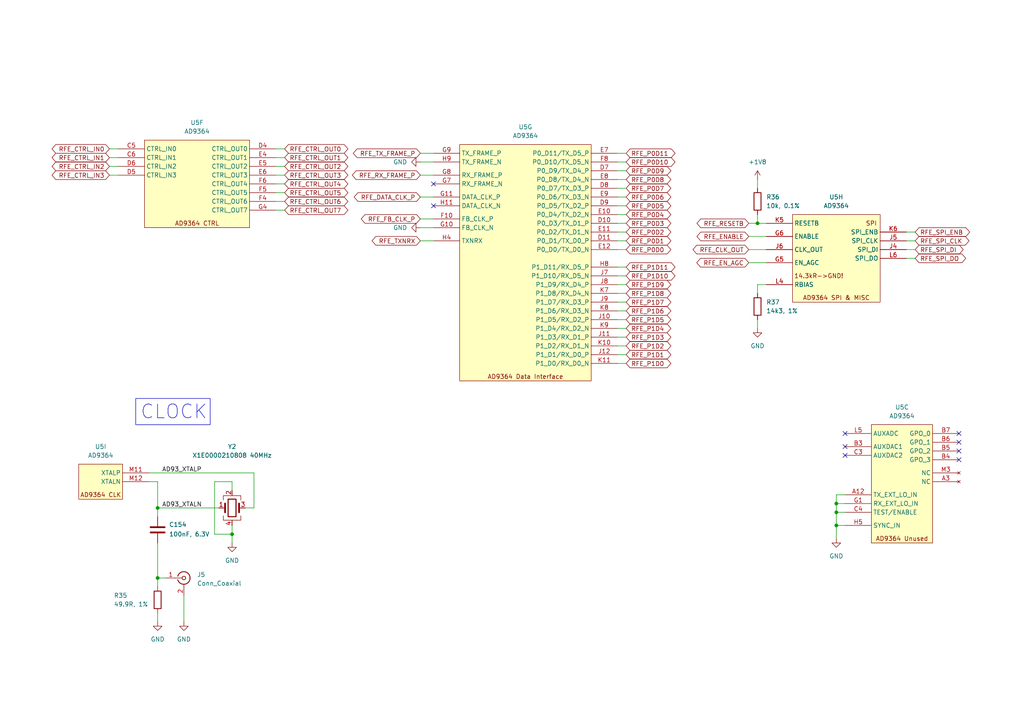
<source format=kicad_sch>
(kicad_sch (version 20231120) (generator "eeschema") (generator_version "8.0")
  (paper "A4")
  (title_block (title "Murphy SDR") (date "2024-04-22") (company "M.P Inc"))
  (lib_symbols
    (symbol "MurPhySDR-symbols:+1V8" (power) (pin_names (offset 0))
      (property "Value" "+1V8" (at 0 3.556 0))
      (symbol "+1V8_0_1"
        (polyline (pts (xy -0.762 1.27) (xy 0 2.54)))
        (polyline (pts (xy 0 0) (xy 0 2.54)))
        (polyline (pts (xy 0 2.54) (xy 0.762 1.27)))
      )
      (symbol "+1V8_1_1"
        (pin power_in line (at 0 0 90) (length 0) hide (name "+1V8") (number "1"))
      )
    )
    (symbol "MurPhySDR-symbols:AD9364-CUSTOM"
      (property "Reference" "U" (at 0 3.81 0))
      (property "Value" "AD9364" (at 0 1.27 0))
      (symbol "AD9364-CUSTOM_1_1"
        (unit_name "RF-TX")
        (rectangle (start -6.35 0) (end 6.35 -24.13) (fill (type background)))
        (text "AD9364 TX" (at 0 -22.86 0) (effects (font (size 1.27 1.27))))
        (pin unspecified line (at 13.97 -12.7 180) (length 7.62) (name "TXB_N") (number "M10"))
        (pin unspecified line (at 13.97 -19.05 180) (length 7.62) (name "TX_MON") (number "M5"))
        (pin unspecified line (at 13.97 -2.54 180) (length 7.62) (name "TXA_P") (number "M7"))
        (pin unspecified line (at 13.97 -5.08 180) (length 7.62) (name "TXA_N") (number "M8"))
        (pin unspecified line (at 13.97 -10.16 180) (length 7.62) (name "TXB_P") (number "M9"))
      )
      (symbol "AD9364-CUSTOM_2_1"
        (unit_name "RF-RX")
        (rectangle (start -6.35 0) (end 6.35 -25.4) (fill (type background)))
        (text "AD9364 RX" (at 0 -24.13 0) (effects (font (size 1.27 1.27))))
        (pin unspecified line (at 13.97 -10.16 180) (length 7.62) (name "RXB_P") (number "H1"))
        (pin unspecified line (at 13.97 -12.7 180) (length 7.62) (name "RXB_N") (number "J1"))
        (pin unspecified line (at 13.97 -17.78 180) (length 7.62) (name "RXC_P") (number "K1"))
        (pin unspecified line (at 13.97 -20.32 180) (length 7.62) (name "RXC_N") (number "L1"))
        (pin unspecified line (at 13.97 -2.54 180) (length 7.62) (name "RXA_P") (number "M1"))
        (pin unspecified line (at 13.97 -5.08 180) (length 7.62) (name "RXA_N") (number "M2"))
      )
      (symbol "AD9364-CUSTOM_3_1"
        (unit_name "Unused")
        (rectangle (start -8.89 0) (end 8.89 -34.29) (fill (type background)))
        (text "AD9364 Unused" (at 0 -33.02 0) (effects (font (size 1.27 1.27))))
        (pin unspecified line (at -16.51 -20.32 0) (length 7.62) (name "TX_EXT_LO_IN") (number "A12"))
        (pin no_connect line (at 16.51 -16.51 180) (length 7.62) (name "NC") (number "A3"))
        (pin unspecified line (at -16.51 -6.35 0) (length 7.62) (name "AUXDAC1") (number "B3"))
        (pin unspecified line (at 16.51 -10.16 180) (length 7.62) (name "GPO_3") (number "B4"))
        (pin unspecified line (at 16.51 -7.62 180) (length 7.62) (name "GPO_2") (number "B5"))
        (pin unspecified line (at 16.51 -5.08 180) (length 7.62) (name "GPO_1") (number "B6"))
        (pin unspecified line (at 16.51 -2.54 180) (length 7.62) (name "GPO_0") (number "B7"))
        (pin unspecified line (at -16.51 -8.89 0) (length 7.62) (name "AUXDAC2") (number "C3"))
        (pin unspecified line (at -16.51 -25.4 0) (length 7.62) (name "TEST/ENABLE") (number "C4"))
        (pin unspecified line (at -16.51 -22.86 0) (length 7.62) (name "RX_EXT_LO_IN") (number "G1"))
        (pin unspecified line (at -16.51 -29.21 0) (length 7.62) (name "SYNC_IN") (number "H5"))
        (pin unspecified line (at -16.51 -2.54 0) (length 7.62) (name "AUXADC") (number "L5"))
        (pin no_connect line (at 16.51 -13.97 180) (length 7.62) (name "NC") (number "M3"))
      )
      (symbol "AD9364-CUSTOM_4_1"
        (unit_name "Power-GND")
        (rectangle (start -11.43 0) (end 11.43 -93.98) (fill (type background)))
        (text "AD9364 GND" (at 0 -92.71 0) (effects (font (size 1.27 1.27))))
        (pin unspecified line (at -19.05 -2.54 0) (length 7.62) (name "VSSA") (number "A1"))
        (pin unspecified line (at -19.05 -5.08 0) (length 7.62) (name "VSSA") (number "A2"))
        (pin unspecified line (at -19.05 -7.62 0) (length 7.62) (name "VSSA") (number "A4"))
        (pin unspecified line (at -19.05 -10.16 0) (length 7.62) (name "VSSA") (number "A5"))
        (pin unspecified line (at -19.05 -12.7 0) (length 7.62) (name "VSSA") (number "A6"))
        (pin unspecified line (at -19.05 -15.24 0) (length 7.62) (name "VSSA") (number "B1"))
        (pin unspecified line (at -19.05 -22.86 0) (length 7.62) (name "VSSA") (number "B12"))
        (pin unspecified line (at -19.05 -17.78 0) (length 7.62) (name "VSSA") (number "B2"))
        (pin unspecified line (at -19.05 -20.32 0) (length 7.62) (name "VSSA") (number "C1"))
        (pin unspecified line (at -19.05 -30.48 0) (length 7.62) (name "VSSA") (number "C10"))
        (pin unspecified line (at -19.05 -35.56 0) (length 7.62) (name "VSSA") (number "C11"))
        (pin unspecified line (at -19.05 -40.64 0) (length 7.62) (name "VSSA") (number "C12"))
        (pin unspecified line (at -19.05 -25.4 0) (length 7.62) (name "VSSA") (number "C2"))
        (pin unspecified line (at -19.05 -27.94 0) (length 7.62) (name "VSSA") (number "C7"))
        (pin unspecified line (at -19.05 -33.02 0) (length 7.62) (name "VSSA") (number "C8"))
        (pin unspecified line (at -19.05 -38.1 0) (length 7.62) (name "VSSA") (number "C9"))
        (pin unspecified line (at -19.05 -43.18 0) (length 7.62) (name "VSSA") (number "D1"))
        (pin unspecified line (at 19.05 -88.9 180) (length 7.62) (name "VSSD") (number "D12"))
        (pin unspecified line (at -19.05 -45.72 0) (length 7.62) (name "VSSA") (number "E1"))
        (pin unspecified line (at -19.05 -48.26 0) (length 7.62) (name "VSSA") (number "F1"))
        (pin unspecified line (at 19.05 -81.28 180) (length 7.62) (name "VSSD") (number "F11"))
        (pin unspecified line (at -19.05 -53.34 0) (length 7.62) (name "VSSA") (number "F3"))
        (pin unspecified line (at 19.05 -86.36 180) (length 7.62) (name "VSSD") (number "F7"))
        (pin unspecified line (at 19.05 -83.82 180) (length 7.62) (name "VSSD") (number "F9"))
        (pin unspecified line (at 19.05 -78.74 180) (length 7.62) (name "VSSD") (number "G12"))
        (pin unspecified line (at 19.05 -73.66 180) (length 7.62) (name "VSSD") (number "H10"))
        (pin unspecified line (at -19.05 -58.42 0) (length 7.62) (name "VSSA") (number "H2"))
        (pin unspecified line (at -19.05 -63.5 0) (length 7.62) (name "VSSA") (number "H3"))
        (pin unspecified line (at -19.05 -68.58 0) (length 7.62) (name "VSSA") (number "H6"))
        (pin unspecified line (at 19.05 -76.2 180) (length 7.62) (name "VSSD") (number "H7"))
        (pin unspecified line (at -19.05 -50.8 0) (length 7.62) (name "VSSA") (number "J2"))
        (pin unspecified line (at 19.05 -71.12 180) (length 7.62) (name "VSSD") (number "K12"))
        (pin unspecified line (at -19.05 -55.88 0) (length 7.62) (name "VSSA") (number "K2"))
        (pin unspecified line (at -19.05 -76.2 0) (length 7.62) (name "VSSA") (number "L10"))
        (pin unspecified line (at -19.05 -81.28 0) (length 7.62) (name "VSSA") (number "L11"))
        (pin unspecified line (at -19.05 -83.82 0) (length 7.62) (name "VSSA") (number "L12"))
        (pin unspecified line (at -19.05 -60.96 0) (length 7.62) (name "VSSA") (number "L2"))
        (pin unspecified line (at -19.05 -66.04 0) (length 7.62) (name "VSSA") (number "L3"))
        (pin unspecified line (at -19.05 -71.12 0) (length 7.62) (name "VSSA") (number "L7"))
        (pin unspecified line (at -19.05 -73.66 0) (length 7.62) (name "VSSA") (number "L8"))
        (pin unspecified line (at -19.05 -78.74 0) (length 7.62) (name "VSSA") (number "L9"))
        (pin unspecified line (at -19.05 -86.36 0) (length 7.62) (name "VSSA") (number "M4"))
        (pin unspecified line (at -19.05 -88.9 0) (length 7.62) (name "VSSA") (number "M6"))
      )
      (symbol "AD9364-CUSTOM_5_1"
        (unit_name "Power")
        (rectangle (start -25.4 0) (end 25.4 -62.23) (fill (type background)))
        (polyline (pts (xy 7.62 -16.51) (xy 6.35 -16.51) (xy 6.35 -19.05) (xy 7.62 -19.05)))
        (polyline (pts (xy 7.62 -2.54) (xy 6.35 -2.54) (xy 6.35 -5.08) (xy 7.62 -5.08)))
        (text "1.3V" (at 22.86 -55.88 0) (effects (font (size 1.27 1.27))))
        (text "1.8V" (at 22.86 -36.83 0) (effects (font (size 1.27 1.27))))
        (text "AD9364 GND" (at 0 -60.96 0) (effects (font (size 1.27 1.27))))
        (text "Supply A (synth)" (at -16.51 -2.54 0) (effects (font (size 1.27 1.27))))
        (text "Supply B" (at -20.32 -29.21 0) (effects (font (size 1.27 1.27))))
        (pin unspecified line (at -33.02 -54.61 0) (length 7.62) (name "VDDA1P3_RX_TX") (number "A10"))
        (pin unspecified line (at 33.02 -5.08 180) (length 7.62) (name "VDDA1P1_TX_VCO") (number "A11"))
        (pin unspecified line (at -33.02 -46.99 0) (length 7.62) (name "VDDA1P3_RX_TX") (number "A7"))
        (pin unspecified line (at -33.02 -49.53 0) (length 7.62) (name "VDDA1P3_RX_TX") (number "A8"))
        (pin unspecified line (at -33.02 -52.07 0) (length 7.62) (name "VDDA1P3_RX_TX") (number "A9"))
        (pin unspecified line (at -33.02 -10.16 0) (length 7.62) (name "VDDA1P3_TX_VCO_LDO") (number "B10"))
        (pin unspecified line (at 33.02 -2.54 180) (length 7.62) (name "TX_VCO_LDO_OUT") (number "B11"))
        (pin unspecified line (at 33.02 -58.42 180) (length 7.62) (name "VDD_GPO") (number "B8"))
        (pin unspecified line (at -33.02 -7.62 0) (length 7.62) (name "VDDA1P3_TX_LO") (number "B9"))
        (pin unspecified line (at -33.02 -39.37 0) (length 7.62) (name "VDDA1P3_RX_RF") (number "D2"))
        (pin unspecified line (at -33.02 -57.15 0) (length 7.62) (name "VDDA1P3_RX_TX") (number "D3"))
        (pin unspecified line (at -33.02 -16.51 0) (length 7.62) (name "VDDA1P3_RX_LO") (number "E2"))
        (pin unspecified line (at -33.02 -43.18 0) (length 7.62) (name "VDDA1P3_TX_LO_BUFFER") (number "E3"))
        (pin unspecified line (at -33.02 -35.56 0) (length 7.62) (name "VDDD1P3_DIG") (number "F12"))
        (pin unspecified line (at -33.02 -19.05 0) (length 7.62) (name "VDDA1P3_RX_VCO_LDO") (number "F2"))
        (pin unspecified line (at 33.02 -16.51 180) (length 7.62) (name "RX_VCO_LDO_OUT") (number "G2"))
        (pin unspecified line (at 33.02 -19.05 180) (length 7.62) (name "VDDA1P1_RX_VCO") (number "G3"))
        (pin unspecified line (at 33.02 -39.37 180) (length 7.62) (name "VDD_INTERFACE") (number "H12"))
        (pin unspecified line (at -33.02 -13.97 0) (length 7.62) (name "VDDA1P3_RX_SYNTH") (number "J3"))
        (pin unspecified line (at -33.02 -5.08 0) (length 7.62) (name "VDDA1P3_TX_SYNTH") (number "K3"))
        (pin unspecified line (at -33.02 -31.75 0) (length 7.62) (name "VDDA1P3_BB") (number "K4"))
      )
      (symbol "AD9364-CUSTOM_6_1"
        (unit_name "IO-CTRL")
        (rectangle (start -15.24 0) (end 15.24 -25.4) (fill (type background)))
        (text "AD9364 CTRL" (at 0 -24.13 0) (effects (font (size 1.27 1.27))))
        (pin unspecified line (at -22.86 -2.54 0) (length 7.62) (name "CTRL_IN0") (number "C5"))
        (pin unspecified line (at -22.86 -5.08 0) (length 7.62) (name "CTRL_IN1") (number "C6"))
        (pin unspecified line (at 22.86 -2.54 180) (length 7.62) (name "CTRL_OUT0") (number "D4"))
        (pin unspecified line (at -22.86 -10.16 0) (length 7.62) (name "CTRL_IN3") (number "D5"))
        (pin unspecified line (at -22.86 -7.62 0) (length 7.62) (name "CTRL_IN2") (number "D6"))
        (pin unspecified line (at 22.86 -5.08 180) (length 7.62) (name "CTRL_OUT1") (number "E4"))
        (pin unspecified line (at 22.86 -7.62 180) (length 7.62) (name "CTRL_OUT2") (number "E5"))
        (pin unspecified line (at 22.86 -10.16 180) (length 7.62) (name "CTRL_OUT3") (number "E6"))
        (pin unspecified line (at 22.86 -17.78 180) (length 7.62) (name "CTRL_OUT6") (number "F4"))
        (pin unspecified line (at 22.86 -15.24 180) (length 7.62) (name "CTRL_OUT5") (number "F5"))
        (pin unspecified line (at 22.86 -12.7 180) (length 7.62) (name "CTRL_OUT4") (number "F6"))
        (pin unspecified line (at 22.86 -20.32 180) (length 7.62) (name "CTRL_OUT7") (number "G4"))
      )
      (symbol "AD9364-CUSTOM_7_1"
        (unit_name "IO-Data-Interface")
        (rectangle (start -19.05 0) (end 19.05 -68.58) (fill (type background)))
        (text "AD9364 Data Interface" (at 0 -67.31 0) (effects (font (size 1.27 1.27))))
        (pin unspecified line (at 26.67 -22.86 180) (length 7.62) (name "P0_D3/TX_D1_P") (number "D10"))
        (pin unspecified line (at 26.67 -27.94 180) (length 7.62) (name "P0_D1/TX_D0_P") (number "D11"))
        (pin unspecified line (at 26.67 -7.62 180) (length 7.62) (name "P0_D9/TX_D4_P") (number "D7"))
        (pin unspecified line (at 26.67 -12.7 180) (length 7.62) (name "P0_D7/TX_D3_P") (number "D8"))
        (pin unspecified line (at 26.67 -17.78 180) (length 7.62) (name "P0_D5/TX_D2_P") (number "D9"))
        (pin unspecified line (at 26.67 -20.32 180) (length 7.62) (name "P0_D4/TX_D2_N") (number "E10"))
        (pin unspecified line (at 26.67 -25.4 180) (length 7.62) (name "P0_D2/TX_D1_N") (number "E11"))
        (pin unspecified line (at 26.67 -30.48 180) (length 7.62) (name "P0_D0/TX_D0_N") (number "E12"))
        (pin unspecified line (at 26.67 -2.54 180) (length 7.62) (name "P0_D11/TX_D5_P") (number "E7"))
        (pin unspecified line (at 26.67 -10.16 180) (length 7.62) (name "P0_D8/TX_D4_N") (number "E8"))
        (pin unspecified line (at 26.67 -15.24 180) (length 7.62) (name "P0_D6/TX_D3_N") (number "E9"))
        (pin unspecified line (at -26.67 -21.59 0) (length 7.62) (name "FB_CLK_P") (number "F10"))
        (pin unspecified line (at 26.67 -5.08 180) (length 7.62) (name "P0_D10/TX_D5_N") (number "F8"))
        (pin unspecified line (at -26.67 -24.13 0) (length 7.62) (name "FB_CLK_N") (number "G10"))
        (pin unspecified line (at -26.67 -15.24 0) (length 7.62) (name "DATA_CLK_P") (number "G11"))
        (pin unspecified line (at -26.67 -11.43 0) (length 7.62) (name "RX_FRAME_N") (number "G7"))
        (pin unspecified line (at -26.67 -8.89 0) (length 7.62) (name "RX_FRAME_P") (number "G8"))
        (pin unspecified line (at -26.67 -2.54 0) (length 7.62) (name "TX_FRAME_P") (number "G9"))
        (pin unspecified line (at -26.67 -17.78 0) (length 7.62) (name "DATA_CLK_N") (number "H11"))
        (pin unspecified line (at -26.67 -27.94 0) (length 7.62) (name "TXNRX") (number "H4"))
        (pin unspecified line (at 26.67 -35.56 180) (length 7.62) (name "P1_D11/RX_D5_P") (number "H8"))
        (pin unspecified line (at -26.67 -5.08 0) (length 7.62) (name "TX_FRAME_N") (number "H9"))
        (pin unspecified line (at 26.67 -50.8 180) (length 7.62) (name "P1_D5/RX_D2_P") (number "J10"))
        (pin unspecified line (at 26.67 -55.88 180) (length 7.62) (name "P1_D3/RX_D1_P") (number "J11"))
        (pin unspecified line (at 26.67 -60.96 180) (length 7.62) (name "P1_D1/RX_D0_P") (number "J12"))
        (pin unspecified line (at 26.67 -38.1 180) (length 7.62) (name "P1_D10/RX_D5_N") (number "J7"))
        (pin unspecified line (at 26.67 -40.64 180) (length 7.62) (name "P1_D9/RX_D4_P") (number "J8"))
        (pin unspecified line (at 26.67 -45.72 180) (length 7.62) (name "P1_D7/RX_D3_P") (number "J9"))
        (pin unspecified line (at 26.67 -58.42 180) (length 7.62) (name "P1_D2/RX_D1_N") (number "K10"))
        (pin unspecified line (at 26.67 -63.5 180) (length 7.62) (name "P1_D0/RX_D0_N") (number "K11"))
        (pin unspecified line (at 26.67 -43.18 180) (length 7.62) (name "P1_D8/RX_D4_N") (number "K7"))
        (pin unspecified line (at 26.67 -48.26 180) (length 7.62) (name "P1_D6/RX_D3_N") (number "K8"))
        (pin unspecified line (at 26.67 -53.34 180) (length 7.62) (name "P1_D4/RX_D2_N") (number "K9"))
      )
      (symbol "AD9364-CUSTOM_8_1"
        (unit_name "IO-SPI&MISC")
        (rectangle (start -12.7 0) (end 12.7 -25.4) (fill (type background)))
        (text "14.3kR->GND!" (at -5.08 -17.78 0) (effects (font (size 1.27 1.27))))
        (text "AD9364 SPI & MISC" (at 0 -24.13 0) (effects (font (size 1.27 1.27))))
        (text "SPI" (at 10.16 -2.54 0) (effects (font (size 1.27 1.27))))
        (pin unspecified line (at -20.32 -13.97 0) (length 7.62) (name "EN_AGC") (number "G5"))
        (pin unspecified line (at -20.32 -6.35 0) (length 7.62) (name "ENABLE") (number "G6"))
        (pin unspecified line (at 20.32 -10.16 180) (length 7.62) (name "SPI_DI") (number "J4"))
        (pin unspecified line (at 20.32 -7.62 180) (length 7.62) (name "SPI_CLK") (number "J5"))
        (pin unspecified line (at -20.32 -10.16 0) (length 7.62) (name "CLK_OUT") (number "J6"))
        (pin unspecified line (at -20.32 -2.54 0) (length 7.62) (name "RESETB") (number "K5"))
        (pin unspecified line (at 20.32 -5.08 180) (length 7.62) (name "SPI_ENB") (number "K6"))
        (pin unspecified line (at -20.32 -20.32 0) (length 7.62) (name "RBIAS") (number "L4"))
        (pin unspecified line (at 20.32 -12.7 180) (length 7.62) (name "SPI_DO") (number "L6"))
      )
      (symbol "AD9364-CUSTOM_9_1"
        (unit_name "CLK")
        (rectangle (start -6.35 0) (end 6.35 -10.16) (fill (type background)))
        (text "AD9364 CLK" (at 0 -8.89 0) (effects (font (size 1.27 1.27))))
        (pin unspecified line (at 13.97 -2.54 180) (length 7.62) (name "XTALP") (number "M11"))
        (pin unspecified line (at 13.97 -5.08 180) (length 7.62) (name "XTALN") (number "M12"))
      )
    )
    (symbol "MurPhySDR-symbols:C" (pin_numbers hide) (pin_names (offset 0.254))
      (property "Reference" "C" (at 0.635 2.54 0))
      (property "Value" "C" (at 0.635 -2.54 0))
      (symbol "C_0_1"
        (polyline (pts (xy -2.032 -0.762) (xy 2.032 -0.762)) (stroke (width 0.508)))
        (polyline (pts (xy -2.032 0.762) (xy 2.032 0.762)) (stroke (width 0.508)))
      )
      (symbol "C_1_1"
        (pin passive line (at 0 3.81 270) (length 2.794) (name "~") (number "1"))
        (pin passive line (at 0 -3.81 90) (length 2.794) (name "~") (number "2"))
      )
    )
    (symbol "MurPhySDR-symbols:Conn_Coaxial" (pin_names (offset 1.016) hide)
      (property "Reference" "J" (at 0.254 3.048 0))
      (property "Value" "Conn_Coaxial" (at 2.921 0 90))
      (symbol "Conn_Coaxial_0_1"
        (arc (start -1.778 -0.508) (mid 0.2311 -1.8066) (end 1.778 0) (stroke (width 0.254)))
        (polyline (pts (xy -2.54 0) (xy -0.508 0)))
        (polyline (pts (xy 0 -2.54) (xy 0 -1.778)))
        (circle (center 0 0) (radius 0.508) (stroke (width 0.2032)))
        (arc (start 1.778 0) (mid 0.2099 1.8101) (end -1.778 0.508) (stroke (width 0.254)))
      )
      (symbol "Conn_Coaxial_1_1"
        (pin passive line (at -5.08 0 0) (length 2.54) (name "In") (number "1"))
        (pin passive line (at 0 -5.08 90) (length 2.54) (name "Ext") (number "2"))
      )
    )
    (symbol "MurPhySDR-symbols:Crystal_GND24" (pin_names (offset 1.016) hide)
      (property "Reference" "Y" (at 3.175 5.08 0))
      (property "Value" "Crystal_GND24" (at 3.175 3.175 0))
      (symbol "Crystal_GND24_0_1"
        (rectangle (start -1.143 2.54) (end 1.143 -2.54) (stroke (width 0.3048)))
        (polyline (pts (xy -2.54 0) (xy -2.032 0)))
        (polyline (pts (xy -2.032 -1.27) (xy -2.032 1.27)) (stroke (width 0.508)))
        (polyline (pts (xy 0 -3.81) (xy 0 -3.556)))
        (polyline (pts (xy 0 3.556) (xy 0 3.81)))
        (polyline (pts (xy 2.032 -1.27) (xy 2.032 1.27)) (stroke (width 0.508)))
        (polyline (pts (xy 2.032 0) (xy 2.54 0)))
        (polyline (pts (xy -2.54 -2.286) (xy -2.54 -3.556) (xy 2.54 -3.556) (xy 2.54 -2.286)))
        (polyline (pts (xy -2.54 2.286) (xy -2.54 3.556) (xy 2.54 3.556) (xy 2.54 2.286)))
      )
      (symbol "Crystal_GND24_1_1"
        (pin passive line (at -3.81 0 0) (length 1.27) (name "1") (number "1"))
        (pin passive line (at 0 5.08 270) (length 1.27) (name "2") (number "2"))
        (pin passive line (at 3.81 0 180) (length 1.27) (name "3") (number "3"))
        (pin passive line (at 0 -5.08 90) (length 1.27) (name "4") (number "4"))
      )
    )
    (symbol "MurPhySDR-symbols:GND" (power) (pin_names (offset 0))
      (property "Value" "GND" (at 0 -3.81 0))
      (symbol "GND_0_1"
        (polyline (pts (xy 0 0) (xy 0 -1.27) (xy 1.27 -1.27) (xy 0 -2.54) (xy -1.27 -1.27) (xy 0 -1.27)))
      )
      (symbol "GND_1_1"
        (pin power_in line (at 0 0 270) (length 0) hide (name "GND") (number "1"))
      )
    )
    (symbol "MurPhySDR-symbols:R" (pin_numbers hide) (pin_names (offset 0))
      (property "Reference" "R" (at 2.032 0 90))
      (property "Value" "R" (at 0 0 90))
      (symbol "R_0_1"
        (rectangle (start -1.016 -2.54) (end 1.016 2.54) (stroke (width 0.254)))
      )
      (symbol "R_1_1"
        (pin passive line (at 0 3.81 270) (length 1.27) (name "~") (number "1"))
        (pin passive line (at 0 -3.81 90) (length 1.27) (name "~") (number "2"))
      )
    )
  )
  (junction (at 67.31 154.94))
  (junction (at 242.57 148.59))
  (junction (at 45.72 167.64))
  (junction (at 45.72 147.32))
  (junction (at 242.57 152.4))
  (junction (at 219.71 64.77))
  (junction (at 242.57 146.05))
  (no_connect (at 245.11 125.73))
  (no_connect (at 245.11 132.08))
  (no_connect (at 125.73 53.34))
  (no_connect (at 245.11 129.54))
  (no_connect (at 278.13 125.73))
  (no_connect (at 278.13 133.35))
  (no_connect (at 125.73 59.69))
  (no_connect (at 278.13 130.81))
  (no_connect (at 278.13 128.27))
  (wire (pts (xy 45.72 167.64) (xy 45.72 170.18)))
  (wire (pts (xy 181.61 52.07) (xy 179.07 52.07)))
  (wire (pts (xy 31.75 50.8) (xy 34.29 50.8)))
  (wire (pts (xy 31.75 48.26) (xy 34.29 48.26)))
  (wire (pts (xy 181.61 57.15) (xy 179.07 57.15)))
  (wire (pts (xy 242.57 143.51) (xy 242.57 146.05)))
  (wire (pts (xy 121.92 44.45) (xy 125.73 44.45)))
  (wire (pts (xy 242.57 148.59) (xy 245.11 148.59)))
  (wire (pts (xy 82.55 50.8) (xy 80.01 50.8)))
  (wire (pts (xy 62.23 139.7) (xy 62.23 154.94)))
  (wire (pts (xy 219.71 64.77) (xy 222.25 64.77)))
  (wire (pts (xy 45.72 180.34) (xy 45.72 177.8)))
  (wire (pts (xy 121.92 63.5) (xy 125.73 63.5)))
  (wire (pts (xy 82.55 58.42) (xy 80.01 58.42)))
  (wire (pts (xy 217.17 76.2) (xy 222.25 76.2)))
  (wire (pts (xy 121.92 50.8) (xy 125.73 50.8)))
  (wire (pts (xy 45.72 147.32) (xy 63.5 147.32)))
  (wire (pts (xy 245.11 143.51) (xy 242.57 143.51)))
  (wire (pts (xy 242.57 146.05) (xy 242.57 148.59)))
  (wire (pts (xy 82.55 43.18) (xy 80.01 43.18)))
  (wire (pts (xy 45.72 157.48) (xy 45.72 167.64)))
  (wire (pts (xy 82.55 60.96) (xy 80.01 60.96)))
  (wire (pts (xy 73.66 147.32) (xy 73.66 137.16)))
  (wire (pts (xy 217.17 68.58) (xy 222.25 68.58)))
  (wire (pts (xy 181.61 105.41) (xy 179.07 105.41)))
  (wire (pts (xy 181.61 97.79) (xy 179.07 97.79)))
  (wire (pts (xy 71.12 147.32) (xy 73.66 147.32)))
  (wire (pts (xy 217.17 72.39) (xy 222.25 72.39)))
  (wire (pts (xy 181.61 85.09) (xy 179.07 85.09)))
  (wire (pts (xy 67.31 157.48) (xy 67.31 154.94)))
  (wire (pts (xy 67.31 139.7) (xy 62.23 139.7)))
  (wire (pts (xy 181.61 87.63) (xy 179.07 87.63)))
  (wire (pts (xy 67.31 142.24) (xy 67.31 139.7)))
  (wire (pts (xy 219.71 62.23) (xy 219.71 64.77)))
  (wire (pts (xy 219.71 52.07) (xy 219.71 54.61)))
  (wire (pts (xy 82.55 53.34) (xy 80.01 53.34)))
  (wire (pts (xy 31.75 43.18) (xy 34.29 43.18)))
  (wire (pts (xy 121.92 66.04) (xy 125.73 66.04)))
  (wire (pts (xy 242.57 152.4) (xy 245.11 152.4)))
  (wire (pts (xy 181.61 49.53) (xy 179.07 49.53)))
  (wire (pts (xy 43.18 137.16) (xy 73.66 137.16)))
  (wire (pts (xy 121.92 69.85) (xy 125.73 69.85)))
  (wire (pts (xy 121.92 46.99) (xy 125.73 46.99)))
  (wire (pts (xy 265.43 67.31) (xy 262.89 67.31)))
  (wire (pts (xy 265.43 69.85) (xy 262.89 69.85)))
  (wire (pts (xy 181.61 92.71) (xy 179.07 92.71)))
  (wire (pts (xy 181.61 82.55) (xy 179.07 82.55)))
  (wire (pts (xy 181.61 44.45) (xy 179.07 44.45)))
  (wire (pts (xy 217.17 64.77) (xy 219.71 64.77)))
  (wire (pts (xy 181.61 77.47) (xy 179.07 77.47)))
  (wire (pts (xy 181.61 100.33) (xy 179.07 100.33)))
  (wire (pts (xy 219.71 95.25) (xy 219.71 92.71)))
  (wire (pts (xy 181.61 62.23) (xy 179.07 62.23)))
  (wire (pts (xy 31.75 45.72) (xy 34.29 45.72)))
  (wire (pts (xy 53.34 172.72) (xy 53.34 180.34)))
  (wire (pts (xy 181.61 46.99) (xy 179.07 46.99)))
  (wire (pts (xy 45.72 147.32) (xy 45.72 149.86)))
  (wire (pts (xy 265.43 74.93) (xy 262.89 74.93)))
  (wire (pts (xy 219.71 82.55) (xy 219.71 85.09)))
  (wire (pts (xy 82.55 45.72) (xy 80.01 45.72)))
  (wire (pts (xy 67.31 154.94) (xy 67.31 152.4)))
  (wire (pts (xy 242.57 146.05) (xy 245.11 146.05)))
  (wire (pts (xy 181.61 95.25) (xy 179.07 95.25)))
  (wire (pts (xy 67.31 154.94) (xy 62.23 154.94)))
  (wire (pts (xy 45.72 147.32) (xy 45.72 139.7)))
  (wire (pts (xy 181.61 64.77) (xy 179.07 64.77)))
  (wire (pts (xy 82.55 48.26) (xy 80.01 48.26)))
  (wire (pts (xy 265.43 72.39) (xy 262.89 72.39)))
  (wire (pts (xy 82.55 55.88) (xy 80.01 55.88)))
  (wire (pts (xy 181.61 59.69) (xy 179.07 59.69)))
  (wire (pts (xy 181.61 69.85) (xy 179.07 69.85)))
  (wire (pts (xy 181.61 90.17) (xy 179.07 90.17)))
  (wire (pts (xy 242.57 156.21) (xy 242.57 152.4)))
  (wire (pts (xy 181.61 102.87) (xy 179.07 102.87)))
  (wire (pts (xy 181.61 72.39) (xy 179.07 72.39)))
  (wire (pts (xy 45.72 139.7) (xy 43.18 139.7)))
  (wire (pts (xy 242.57 148.59) (xy 242.57 152.4)))
  (wire (pts (xy 222.25 82.55) (xy 219.71 82.55)))
  (wire (pts (xy 181.61 80.01) (xy 179.07 80.01)))
  (wire (pts (xy 181.61 54.61) (xy 179.07 54.61)))
  (wire (pts (xy 45.72 167.64) (xy 48.26 167.64)))
  (wire (pts (xy 181.61 67.31) (xy 179.07 67.31)))
  (wire (pts (xy 121.92 57.15) (xy 125.73 57.15)))
  (rectangle (start 39.37 115.57) (end 60.96 123.19) (stroke (width 0.15)))
  (text "CLOCK" (at 40.64 121.92 0) (effects (font (size 4 4)) (justify left bottom)))
  (label "AD93_XTALN" (at 46.99 147.32 0))
  (label "AD93_XTALP" (at 46.99 137.16 0))
  (global_label "RFE_TXNRX" (shape bidirectional) (at 121.92 69.85 180) (property "Intersheetrefs" "${INTERSHEET_REFS}" (effects (hide yes))))
  (global_label "RFE_P1D4" (shape bidirectional) (at 181.61 95.25 0) (property "Intersheetrefs" "${INTERSHEET_REFS}" (effects (hide yes))))
  (global_label "RFE_RX_FRAME_P" (shape bidirectional) (at 121.92 50.8 180) (property "Intersheetrefs" "${INTERSHEET_REFS}" (effects (hide yes))))
  (global_label "RFE_CTRL_IN3" (shape bidirectional) (at 31.75 50.8 180) (property "Intersheetrefs" "${INTERSHEET_REFS}" (effects (hide yes))))
  (global_label "RFE_P0D4" (shape bidirectional) (at 181.61 62.23 0) (property "Intersheetrefs" "${INTERSHEET_REFS}" (effects (hide yes))))
  (global_label "RFE_P0D11" (shape bidirectional) (at 181.61 44.45 0) (property "Intersheetrefs" "${INTERSHEET_REFS}" (effects (hide yes))))
  (global_label "RFE_SPI_CLK" (shape bidirectional) (at 265.43 69.85 0) (property "Intersheetrefs" "${INTERSHEET_REFS}" (effects (hide yes))))
  (global_label "RFE_P0D3" (shape bidirectional) (at 181.61 64.77 0) (property "Intersheetrefs" "${INTERSHEET_REFS}" (effects (hide yes))))
  (global_label "RFE_SPI_DO" (shape bidirectional) (at 265.43 74.93 0) (property "Intersheetrefs" "${INTERSHEET_REFS}" (effects (hide yes))))
  (global_label "RFE_P1D11" (shape bidirectional) (at 181.61 77.47 0) (property "Intersheetrefs" "${INTERSHEET_REFS}" (effects (hide yes))))
  (global_label "RFE_CTRL_OUT4" (shape bidirectional) (at 82.55 53.34 0) (property "Intersheetrefs" "${INTERSHEET_REFS}" (effects (hide yes))))
  (global_label "RFE_P1D9" (shape bidirectional) (at 181.61 82.55 0) (property "Intersheetrefs" "${INTERSHEET_REFS}" (effects (hide yes))))
  (global_label "RFE_P0D1" (shape bidirectional) (at 181.61 69.85 0) (property "Intersheetrefs" "${INTERSHEET_REFS}" (effects (hide yes))))
  (global_label "RFE_P0D10" (shape bidirectional) (at 181.61 46.99 0) (property "Intersheetrefs" "${INTERSHEET_REFS}" (effects (hide yes))))
  (global_label "RFE_CTRL_OUT0" (shape bidirectional) (at 82.55 43.18 0) (property "Intersheetrefs" "${INTERSHEET_REFS}" (effects (hide yes))))
  (global_label "RFE_P0D5" (shape bidirectional) (at 181.61 59.69 0) (property "Intersheetrefs" "${INTERSHEET_REFS}" (effects (hide yes))))
  (global_label "RFE_CTRL_IN1" (shape bidirectional) (at 31.75 45.72 180) (property "Intersheetrefs" "${INTERSHEET_REFS}" (effects (hide yes))))
  (global_label "RFE_P0D2" (shape bidirectional) (at 181.61 67.31 0) (property "Intersheetrefs" "${INTERSHEET_REFS}" (effects (hide yes))))
  (global_label "RFE_P0D8" (shape bidirectional) (at 181.61 52.07 0) (property "Intersheetrefs" "${INTERSHEET_REFS}" (effects (hide yes))))
  (global_label "RFE_FB_CLK_P" (shape bidirectional) (at 121.92 63.5 180) (property "Intersheetrefs" "${INTERSHEET_REFS}" (effects (hide yes))))
  (global_label "RFE_CTRL_IN2" (shape bidirectional) (at 31.75 48.26 180) (property "Intersheetrefs" "${INTERSHEET_REFS}" (effects (hide yes))))
  (global_label "RFE_TX_FRAME_P" (shape bidirectional) (at 121.92 44.45 180) (property "Intersheetrefs" "${INTERSHEET_REFS}" (effects (hide yes))))
  (global_label "RFE_CTRL_OUT1" (shape bidirectional) (at 82.55 45.72 0) (property "Intersheetrefs" "${INTERSHEET_REFS}" (effects (hide yes))))
  (global_label "RFE_CTRL_OUT2" (shape bidirectional) (at 82.55 48.26 0) (property "Intersheetrefs" "${INTERSHEET_REFS}" (effects (hide yes))))
  (global_label "RFE_P1D7" (shape bidirectional) (at 181.61 87.63 0) (property "Intersheetrefs" "${INTERSHEET_REFS}" (effects (hide yes))))
  (global_label "RFE_P0D7" (shape bidirectional) (at 181.61 54.61 0) (property "Intersheetrefs" "${INTERSHEET_REFS}" (effects (hide yes))))
  (global_label "RFE_CLK_OUT" (shape bidirectional) (at 217.17 72.39 180) (property "Intersheetrefs" "${INTERSHEET_REFS}" (effects (hide yes))))
  (global_label "RFE_P1D1" (shape bidirectional) (at 181.61 102.87 0) (property "Intersheetrefs" "${INTERSHEET_REFS}" (effects (hide yes))))
  (global_label "RFE_CTRL_OUT5" (shape bidirectional) (at 82.55 55.88 0) (property "Intersheetrefs" "${INTERSHEET_REFS}" (effects (hide yes))))
  (global_label "RFE_P0D9" (shape bidirectional) (at 181.61 49.53 0) (property "Intersheetrefs" "${INTERSHEET_REFS}" (effects (hide yes))))
  (global_label "RFE_EN_AGC" (shape bidirectional) (at 217.17 76.2 180) (property "Intersheetrefs" "${INTERSHEET_REFS}" (effects (hide yes))))
  (global_label "RFE_P1D5" (shape bidirectional) (at 181.61 92.71 0) (property "Intersheetrefs" "${INTERSHEET_REFS}" (effects (hide yes))))
  (global_label "RFE_DATA_CLK_P" (shape bidirectional) (at 121.92 57.15 180) (property "Intersheetrefs" "${INTERSHEET_REFS}" (effects (hide yes))))
  (global_label "RFE_CTRL_OUT7" (shape bidirectional) (at 82.55 60.96 0) (property "Intersheetrefs" "${INTERSHEET_REFS}" (effects (hide yes))))
  (global_label "RFE_P1D6" (shape bidirectional) (at 181.61 90.17 0) (property "Intersheetrefs" "${INTERSHEET_REFS}" (effects (hide yes))))
  (global_label "RFE_ENABLE" (shape bidirectional) (at 217.17 68.58 180) (property "Intersheetrefs" "${INTERSHEET_REFS}" (effects (hide yes))))
  (global_label "RFE_CTRL_OUT3" (shape bidirectional) (at 82.55 50.8 0) (property "Intersheetrefs" "${INTERSHEET_REFS}" (effects (hide yes))))
  (global_label "RFE_CTRL_OUT6" (shape bidirectional) (at 82.55 58.42 0) (property "Intersheetrefs" "${INTERSHEET_REFS}" (effects (hide yes))))
  (global_label "RFE_P1D8" (shape bidirectional) (at 181.61 85.09 0) (property "Intersheetrefs" "${INTERSHEET_REFS}" (effects (hide yes))))
  (global_label "RFE_P1D3" (shape bidirectional) (at 181.61 97.79 0) (property "Intersheetrefs" "${INTERSHEET_REFS}" (effects (hide yes))))
  (global_label "RFE_P1D2" (shape bidirectional) (at 181.61 100.33 0) (property "Intersheetrefs" "${INTERSHEET_REFS}" (effects (hide yes))))
  (global_label "RFE_P1D10" (shape bidirectional) (at 181.61 80.01 0) (property "Intersheetrefs" "${INTERSHEET_REFS}" (effects (hide yes))))
  (global_label "RFE_SPI_ENB" (shape bidirectional) (at 265.43 67.31 0) (property "Intersheetrefs" "${INTERSHEET_REFS}" (effects (hide yes))))
  (global_label "RFE_RESETB" (shape bidirectional) (at 217.17 64.77 180) (property "Intersheetrefs" "${INTERSHEET_REFS}" (effects (hide yes))))
  (global_label "RFE_CTRL_IN0" (shape bidirectional) (at 31.75 43.18 180) (property "Intersheetrefs" "${INTERSHEET_REFS}" (effects (hide yes))))
  (global_label "RFE_P0D6" (shape bidirectional) (at 181.61 57.15 0) (property "Intersheetrefs" "${INTERSHEET_REFS}" (effects (hide yes))))
  (global_label "RFE_P0D0" (shape bidirectional) (at 181.61 72.39 0) (property "Intersheetrefs" "${INTERSHEET_REFS}" (effects (hide yes))))
  (global_label "RFE_P1D0" (shape bidirectional) (at 181.61 105.41 0) (property "Intersheetrefs" "${INTERSHEET_REFS}" (effects (hide yes))))
  (global_label "RFE_SPI_DI" (shape bidirectional) (at 265.43 72.39 0) (property "Intersheetrefs" "${INTERSHEET_REFS}" (effects (hide yes))))
  (symbol (lib_id "MurPhySDR-symbols:Crystal_GND24") (at 67.31 147.32 0) (unit 1)
    (property "Reference" "Y2" (at 67.31 129.54 0))
    (property "Value" "X1E0000210808 40MHz" (at 67.31 132.08 0))
    (property "Footprint" "Crystal:Crystal_SMD_SeikoEpson_TSX3225-4Pin_3.2x2.5mm" (effects (hide yes)))
    (property "Description" "Four pin crystal, GND on pins 2 and 4" (effects (hide yes)))
    (property "Manufacturer_Name" "Epson Timing" (effects (hide yes)))
    (property "Manufacturer_Part_Number" "X1E0000210808" (effects (hide yes)))
    (property "Mouser Part Number" "/" (effects (hide yes)))
  )
  (symbol (lib_id "MurPhySDR-symbols:AD9364-CUSTOM") (at 29.21 134.62 0) (unit 9)
    (property "Reference" "U5" (at 29.21 129.54 0))
    (property "Value" "AD9364" (at 29.21 132.08 0))
    (property "Footprint" "MurPhySDR-footprints:AD9364" (effects (hide yes)))
    (property "Manufacturer_Name" "Analog Devices" (effects (hide yes)))
    (property "Manufacturer_Part_Number" "AD9364BBCZ" (effects (hide yes)))
    (property "Mouser Part Number" "584-AD9364BBCZ" (effects (hide yes)))
  )
  (symbol (lib_id "MurPhySDR-symbols:+1V8") (at 219.71 52.07 0) (unit 1)
    (property "Reference" "#PWR0148" (effects (hide yes)))
    (property "Value" "+1V8" (at 219.71 46.99 0))
    (property "Description" "Power symbol creates a global label with name \"+1V8\"" (effects (hide yes)))
  )
  (symbol (lib_id "MurPhySDR-symbols:AD9364-CUSTOM") (at 57.15 40.64 0) (unit 6)
    (property "Reference" "U5" (at 57.15 35.56 0))
    (property "Value" "AD9364" (at 57.15 38.1 0))
    (property "Footprint" "MurPhySDR-footprints:AD9364" (effects (hide yes)))
    (property "Manufacturer_Name" "Analog Devices" (effects (hide yes)))
    (property "Manufacturer_Part_Number" "AD9364BBCZ" (effects (hide yes)))
    (property "Mouser Part Number" "584-AD9364BBCZ" (effects (hide yes)))
  )
  (symbol (lib_id "MurPhySDR-symbols:AD9364-CUSTOM") (at 261.62 123.19 0) (unit 3)
    (property "Reference" "U5" (at 261.62 118.11 0))
    (property "Value" "AD9364" (at 261.62 120.65 0))
    (property "Footprint" "MurPhySDR-footprints:AD9364" (effects (hide yes)))
    (property "Manufacturer_Name" "Analog Devices" (effects (hide yes)))
    (property "Manufacturer_Part_Number" "AD9364BBCZ" (effects (hide yes)))
    (property "Mouser Part Number" "584-AD9364BBCZ" (effects (hide yes)))
  )
  (symbol (lib_id "MurPhySDR-symbols:R") (at 219.71 88.9 180) (unit 1)
    (property "Reference" "R37" (at 222.25 87.63 0) (effects (justify right)))
    (property "Value" "14k3, 1%" (at 222.25 90.17 0) (effects (justify right)))
    (property "Footprint" "Resistor_SMD:R_0402_1005Metric" (effects (hide yes)))
    (property "Description" "Resistor" (effects (hide yes)))
    (property "Manufacturer_Name" "YAGEO" (effects (hide yes)))
    (property "Manufacturer_Part_Number" "RC0402FR-0714K3L" (effects (hide yes)))
    (property "Mouser Part Number" "603-RC0402FR-0714K3L" (effects (hide yes)))
  )
  (symbol (lib_id "MurPhySDR-symbols:AD9364-CUSTOM") (at 242.57 62.23 0) (unit 8)
    (property "Reference" "U5" (at 242.5446 57.15 0))
    (property "Value" "AD9364" (at 242.5446 59.69 0))
    (property "Footprint" "MurPhySDR-footprints:AD9364" (effects (hide yes)))
    (property "Manufacturer_Name" "Analog Devices" (effects (hide yes)))
    (property "Manufacturer_Part_Number" "AD9364BBCZ" (effects (hide yes)))
    (property "Mouser Part Number" "584-AD9364BBCZ" (effects (hide yes)))
  )
  (symbol (lib_id "MurPhySDR-symbols:GND") (at 242.57 156.21 0) (unit 1)
    (property "Reference" "#PWR0150" (effects (hide yes)))
    (property "Value" "GND" (at 242.57 161.29 0))
    (property "Description" "Power symbol creates a global label with name \"GND\" , ground" (effects (hide yes)))
  )
  (symbol (lib_id "MurPhySDR-symbols:GND") (at 67.31 157.48 0) (unit 1)
    (property "Reference" "#PWR0147" (effects (hide yes)))
    (property "Value" "GND" (at 67.31 162.56 0))
    (property "Description" "Power symbol creates a global label with name \"GND\" , ground" (effects (hide yes)))
  )
  (symbol (lib_id "MurPhySDR-symbols:GND") (at 219.71 95.25 0) (unit 1)
    (property "Reference" "#PWR0149" (effects (hide yes)))
    (property "Value" "GND" (at 219.71 100.33 0))
    (property "Description" "Power symbol creates a global label with name \"GND\" , ground" (effects (hide yes)))
  )
  (symbol (lib_id "MurPhySDR-symbols:R") (at 45.72 173.99 0) (unit 1)
    (property "Reference" "R35" (at 33.02 172.72 0) (effects (justify left)))
    (property "Value" "49.9R, 1%" (at 33.02 175.26 0) (effects (justify left)))
    (property "Footprint" "Resistor_SMD:R_0402_1005Metric" (effects (hide yes)))
    (property "Description" "Resistor" (effects (hide yes)))
    (property "Manufacturer_Name" "YAGEO" (effects (hide yes)))
    (property "Manufacturer_Part_Number" "RC0402FR-0749R9L" (effects (hide yes)))
    (property "Mouser Part Number" "603-RC0402FR-0749R9L" (effects (hide yes)))
  )
  (symbol (lib_id "MurPhySDR-symbols:Conn_Coaxial") (at 53.34 167.64 0) (unit 1)
    (property "Reference" "J5" (at 57.15 166.6632 0) (effects (justify left)))
    (property "Value" "Conn_Coaxial" (at 57.15 169.2032 0) (effects (justify left)))
    (property "Footprint" "Connector_Coaxial:SMA_Molex_73251-1153_EdgeMount_Horizontal" (effects (hide yes)))
    (property "Datasheet" " ~" (effects (hide yes)))
    (property "Description" "coaxial connector (BNC, SMA, SMB, SMC, Cinch/RCA, LEMO, ...)" (effects (hide yes)))
    (property "Manufacturer_Name" "Molex" (effects (hide yes)))
    (property "Manufacturer_Part_Number" "0732511150" (effects (hide yes)))
    (property "Mouser Part Number" "538-73251-1150" (effects (hide yes)))
  )
  (symbol (lib_id "MurPhySDR-symbols:GND") (at 121.92 66.04 270) (unit 1)
    (property "Reference" "#PWR0161" (effects (hide yes)))
    (property "Value" "GND" (at 118.11 66.04 90) (effects (justify right)))
    (property "Description" "Power symbol creates a global label with name \"GND\" , ground" (effects (hide yes)))
  )
  (symbol (lib_id "MurPhySDR-symbols:GND") (at 53.34 180.34 0) (unit 1)
    (property "Reference" "#PWR0146" (effects (hide yes)))
    (property "Value" "GND" (at 53.34 185.42 0))
    (property "Description" "Power symbol creates a global label with name \"GND\" , ground" (effects (hide yes)))
  )
  (symbol (lib_id "MurPhySDR-symbols:GND") (at 121.92 46.99 270) (unit 1)
    (property "Reference" "#PWR0160" (effects (hide yes)))
    (property "Value" "GND" (at 118.11 46.99 90) (effects (justify right)))
    (property "Description" "Power symbol creates a global label with name \"GND\" , ground" (effects (hide yes)))
  )
  (symbol (lib_id "MurPhySDR-symbols:AD9364-CUSTOM") (at 152.4 41.91 0) (unit 7)
    (property "Reference" "U5" (at 152.4 36.83 0))
    (property "Value" "AD9364" (at 152.4 39.37 0))
    (property "Footprint" "MurPhySDR-footprints:AD9364" (effects (hide yes)))
    (property "Manufacturer_Name" "Analog Devices" (effects (hide yes)))
    (property "Manufacturer_Part_Number" "AD9364BBCZ" (effects (hide yes)))
    (property "Mouser Part Number" "584-AD9364BBCZ" (effects (hide yes)))
  )
  (symbol (lib_id "MurPhySDR-symbols:R") (at 219.71 58.42 0) (unit 1)
    (property "Reference" "R36" (at 222.25 57.15 0) (effects (justify left)))
    (property "Value" "10k, 0.1%" (at 222.25 59.69 0) (effects (justify left)))
    (property "Footprint" "Resistor_SMD:R_0402_1005Metric" (effects (hide yes)))
    (property "Description" "Resistor" (effects (hide yes)))
    (property "Manufacturer_Name" "YAGEO" (effects (hide yes)))
    (property "Manufacturer_Part_Number" "RT0402BRD0710KL" (effects (hide yes)))
    (property "Mouser Part Number" "603-RT0402BRD0710KL" (effects (hide yes)))
  )
  (symbol (lib_id "MurPhySDR-symbols:GND") (at 45.72 180.34 0) (unit 1)
    (property "Reference" "#PWR0145" (effects (hide yes)))
    (property "Value" "GND" (at 45.72 185.42 0))
    (property "Description" "Power symbol creates a global label with name \"GND\" , ground" (effects (hide yes)))
  )
  (symbol (lib_id "MurPhySDR-symbols:C") (at 45.72 153.67 0) (unit 1)
    (property "Reference" "C154" (at 49.022 152.146 0) (effects (justify left)))
    (property "Value" "100nF, 6.3V" (at 49.022 154.94 0) (effects (justify left)))
    (property "Footprint" "Capacitor_SMD:C_0201_0603Metric" (effects (hide yes)))
    (property "Description" "Unpolarized capacitor" (effects (hide yes)))
    (property "Manufacturer_Name" "Murata" (effects (hide yes)))
    (property "Manufacturer_Part_Number" "GRM033R60J104KE19D" (effects (hide yes)))
    (property "Mouser Part Number" "81-GRM033R60J104KE19" (effects (hide yes)))
  )
)
</source>
